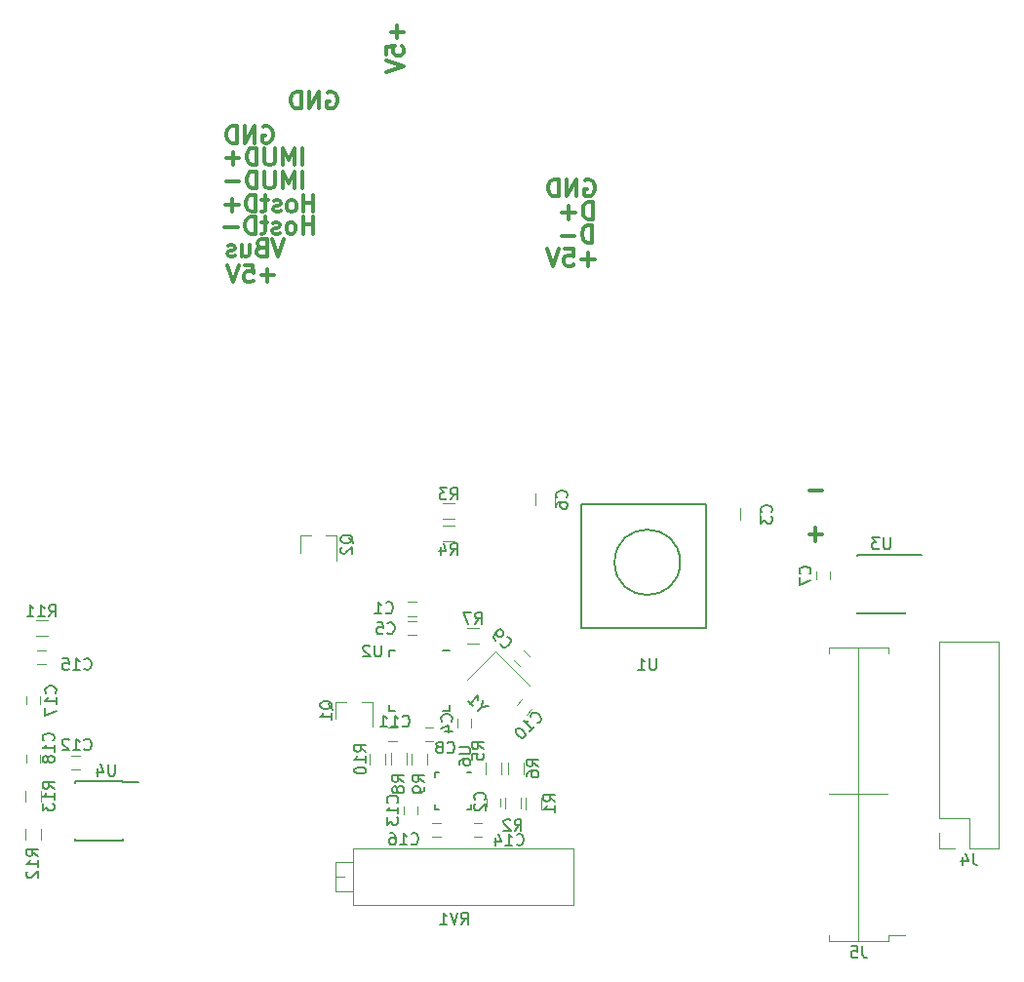
<source format=gbo>
G04 #@! TF.FileFunction,Profile,NP*
%FSLAX46Y46*%
G04 Gerber Fmt 4.6, Leading zero omitted, Abs format (unit mm)*
G04 Created by KiCad (PCBNEW 4.0.7) date *
%MOMM*%
%LPD*%
G01*
G04 APERTURE LIST*
%ADD10C,0.100000*%
%ADD11C,0.300000*%
%ADD12C,0.150000*%
%ADD13C,0.120000*%
G04 APERTURE END LIST*
D10*
D11*
X88175357Y-95929000D02*
X88318214Y-95857571D01*
X88532500Y-95857571D01*
X88746785Y-95929000D01*
X88889643Y-96071857D01*
X88961071Y-96214714D01*
X89032500Y-96500429D01*
X89032500Y-96714714D01*
X88961071Y-97000429D01*
X88889643Y-97143286D01*
X88746785Y-97286143D01*
X88532500Y-97357571D01*
X88389643Y-97357571D01*
X88175357Y-97286143D01*
X88103928Y-97214714D01*
X88103928Y-96714714D01*
X88389643Y-96714714D01*
X87461071Y-97357571D02*
X87461071Y-95857571D01*
X86603928Y-97357571D01*
X86603928Y-95857571D01*
X85889642Y-97357571D02*
X85889642Y-95857571D01*
X85532499Y-95857571D01*
X85318214Y-95929000D01*
X85175356Y-96071857D01*
X85103928Y-96214714D01*
X85032499Y-96500429D01*
X85032499Y-96714714D01*
X85103928Y-97000429D01*
X85175356Y-97143286D01*
X85318214Y-97286143D01*
X85532499Y-97357571D01*
X85889642Y-97357571D01*
X94251643Y-90114929D02*
X94251643Y-91257786D01*
X94823071Y-90686357D02*
X93680214Y-90686357D01*
X93323071Y-92686358D02*
X93323071Y-91972072D01*
X94037357Y-91900643D01*
X93965929Y-91972072D01*
X93894500Y-92114929D01*
X93894500Y-92472072D01*
X93965929Y-92614929D01*
X94037357Y-92686358D01*
X94180214Y-92757786D01*
X94537357Y-92757786D01*
X94680214Y-92686358D01*
X94751643Y-92614929D01*
X94823071Y-92472072D01*
X94823071Y-92114929D01*
X94751643Y-91972072D01*
X94680214Y-91900643D01*
X93323071Y-93186357D02*
X94823071Y-93686357D01*
X93323071Y-94186357D01*
X111376571Y-110438643D02*
X110233714Y-110438643D01*
X110805143Y-111010071D02*
X110805143Y-109867214D01*
X108805142Y-109510071D02*
X109519428Y-109510071D01*
X109590857Y-110224357D01*
X109519428Y-110152929D01*
X109376571Y-110081500D01*
X109019428Y-110081500D01*
X108876571Y-110152929D01*
X108805142Y-110224357D01*
X108733714Y-110367214D01*
X108733714Y-110724357D01*
X108805142Y-110867214D01*
X108876571Y-110938643D01*
X109019428Y-111010071D01*
X109376571Y-111010071D01*
X109519428Y-110938643D01*
X109590857Y-110867214D01*
X108305143Y-109510071D02*
X107805143Y-111010071D01*
X107305143Y-109510071D01*
X111150428Y-108978071D02*
X111150428Y-107478071D01*
X110793285Y-107478071D01*
X110579000Y-107549500D01*
X110436142Y-107692357D01*
X110364714Y-107835214D01*
X110293285Y-108120929D01*
X110293285Y-108335214D01*
X110364714Y-108620929D01*
X110436142Y-108763786D01*
X110579000Y-108906643D01*
X110793285Y-108978071D01*
X111150428Y-108978071D01*
X109650428Y-108406643D02*
X108507571Y-108406643D01*
X111213928Y-106946071D02*
X111213928Y-105446071D01*
X110856785Y-105446071D01*
X110642500Y-105517500D01*
X110499642Y-105660357D01*
X110428214Y-105803214D01*
X110356785Y-106088929D01*
X110356785Y-106303214D01*
X110428214Y-106588929D01*
X110499642Y-106731786D01*
X110642500Y-106874643D01*
X110856785Y-106946071D01*
X111213928Y-106946071D01*
X109713928Y-106374643D02*
X108571071Y-106374643D01*
X109142500Y-106946071D02*
X109142500Y-105803214D01*
X110527357Y-103549000D02*
X110670214Y-103477571D01*
X110884500Y-103477571D01*
X111098785Y-103549000D01*
X111241643Y-103691857D01*
X111313071Y-103834714D01*
X111384500Y-104120429D01*
X111384500Y-104334714D01*
X111313071Y-104620429D01*
X111241643Y-104763286D01*
X111098785Y-104906143D01*
X110884500Y-104977571D01*
X110741643Y-104977571D01*
X110527357Y-104906143D01*
X110455928Y-104834714D01*
X110455928Y-104334714D01*
X110741643Y-104334714D01*
X109813071Y-104977571D02*
X109813071Y-103477571D01*
X108955928Y-104977571D01*
X108955928Y-103477571D01*
X108241642Y-104977571D02*
X108241642Y-103477571D01*
X107884499Y-103477571D01*
X107670214Y-103549000D01*
X107527356Y-103691857D01*
X107455928Y-103834714D01*
X107384499Y-104120429D01*
X107384499Y-104334714D01*
X107455928Y-104620429D01*
X107527356Y-104763286D01*
X107670214Y-104906143D01*
X107884499Y-104977571D01*
X108241642Y-104977571D01*
X83563571Y-111835643D02*
X82420714Y-111835643D01*
X82992143Y-112407071D02*
X82992143Y-111264214D01*
X80992142Y-110907071D02*
X81706428Y-110907071D01*
X81777857Y-111621357D01*
X81706428Y-111549929D01*
X81563571Y-111478500D01*
X81206428Y-111478500D01*
X81063571Y-111549929D01*
X80992142Y-111621357D01*
X80920714Y-111764214D01*
X80920714Y-112121357D01*
X80992142Y-112264214D01*
X81063571Y-112335643D01*
X81206428Y-112407071D01*
X81563571Y-112407071D01*
X81706428Y-112335643D01*
X81777857Y-112264214D01*
X80492143Y-110907071D02*
X79992143Y-112407071D01*
X79492143Y-110907071D01*
X84424714Y-108684571D02*
X83924714Y-110184571D01*
X83424714Y-108684571D01*
X82424714Y-109398857D02*
X82210428Y-109470286D01*
X82139000Y-109541714D01*
X82067571Y-109684571D01*
X82067571Y-109898857D01*
X82139000Y-110041714D01*
X82210428Y-110113143D01*
X82353286Y-110184571D01*
X82924714Y-110184571D01*
X82924714Y-108684571D01*
X82424714Y-108684571D01*
X82281857Y-108756000D01*
X82210428Y-108827429D01*
X82139000Y-108970286D01*
X82139000Y-109113143D01*
X82210428Y-109256000D01*
X82281857Y-109327429D01*
X82424714Y-109398857D01*
X82924714Y-109398857D01*
X80781857Y-109184571D02*
X80781857Y-110184571D01*
X81424714Y-109184571D02*
X81424714Y-109970286D01*
X81353286Y-110113143D01*
X81210428Y-110184571D01*
X80996143Y-110184571D01*
X80853286Y-110113143D01*
X80781857Y-110041714D01*
X80139000Y-110113143D02*
X79996143Y-110184571D01*
X79710428Y-110184571D01*
X79567571Y-110113143D01*
X79496143Y-109970286D01*
X79496143Y-109898857D01*
X79567571Y-109756000D01*
X79710428Y-109684571D01*
X79924714Y-109684571D01*
X80067571Y-109613143D01*
X80139000Y-109470286D01*
X80139000Y-109398857D01*
X80067571Y-109256000D01*
X79924714Y-109184571D01*
X79710428Y-109184571D01*
X79567571Y-109256000D01*
X86916929Y-108216071D02*
X86916929Y-106716071D01*
X86916929Y-107430357D02*
X86059786Y-107430357D01*
X86059786Y-108216071D02*
X86059786Y-106716071D01*
X85131214Y-108216071D02*
X85274072Y-108144643D01*
X85345500Y-108073214D01*
X85416929Y-107930357D01*
X85416929Y-107501786D01*
X85345500Y-107358929D01*
X85274072Y-107287500D01*
X85131214Y-107216071D01*
X84916929Y-107216071D01*
X84774072Y-107287500D01*
X84702643Y-107358929D01*
X84631214Y-107501786D01*
X84631214Y-107930357D01*
X84702643Y-108073214D01*
X84774072Y-108144643D01*
X84916929Y-108216071D01*
X85131214Y-108216071D01*
X84059786Y-108144643D02*
X83916929Y-108216071D01*
X83631214Y-108216071D01*
X83488357Y-108144643D01*
X83416929Y-108001786D01*
X83416929Y-107930357D01*
X83488357Y-107787500D01*
X83631214Y-107716071D01*
X83845500Y-107716071D01*
X83988357Y-107644643D01*
X84059786Y-107501786D01*
X84059786Y-107430357D01*
X83988357Y-107287500D01*
X83845500Y-107216071D01*
X83631214Y-107216071D01*
X83488357Y-107287500D01*
X82988357Y-107216071D02*
X82416928Y-107216071D01*
X82774071Y-106716071D02*
X82774071Y-108001786D01*
X82702643Y-108144643D01*
X82559785Y-108216071D01*
X82416928Y-108216071D01*
X81916928Y-108216071D02*
X81916928Y-106716071D01*
X81559785Y-106716071D01*
X81345500Y-106787500D01*
X81202642Y-106930357D01*
X81131214Y-107073214D01*
X81059785Y-107358929D01*
X81059785Y-107573214D01*
X81131214Y-107858929D01*
X81202642Y-108001786D01*
X81345500Y-108144643D01*
X81559785Y-108216071D01*
X81916928Y-108216071D01*
X80416928Y-107644643D02*
X79274071Y-107644643D01*
X86980429Y-106311071D02*
X86980429Y-104811071D01*
X86980429Y-105525357D02*
X86123286Y-105525357D01*
X86123286Y-106311071D02*
X86123286Y-104811071D01*
X85194714Y-106311071D02*
X85337572Y-106239643D01*
X85409000Y-106168214D01*
X85480429Y-106025357D01*
X85480429Y-105596786D01*
X85409000Y-105453929D01*
X85337572Y-105382500D01*
X85194714Y-105311071D01*
X84980429Y-105311071D01*
X84837572Y-105382500D01*
X84766143Y-105453929D01*
X84694714Y-105596786D01*
X84694714Y-106025357D01*
X84766143Y-106168214D01*
X84837572Y-106239643D01*
X84980429Y-106311071D01*
X85194714Y-106311071D01*
X84123286Y-106239643D02*
X83980429Y-106311071D01*
X83694714Y-106311071D01*
X83551857Y-106239643D01*
X83480429Y-106096786D01*
X83480429Y-106025357D01*
X83551857Y-105882500D01*
X83694714Y-105811071D01*
X83909000Y-105811071D01*
X84051857Y-105739643D01*
X84123286Y-105596786D01*
X84123286Y-105525357D01*
X84051857Y-105382500D01*
X83909000Y-105311071D01*
X83694714Y-105311071D01*
X83551857Y-105382500D01*
X83051857Y-105311071D02*
X82480428Y-105311071D01*
X82837571Y-104811071D02*
X82837571Y-106096786D01*
X82766143Y-106239643D01*
X82623285Y-106311071D01*
X82480428Y-106311071D01*
X81980428Y-106311071D02*
X81980428Y-104811071D01*
X81623285Y-104811071D01*
X81409000Y-104882500D01*
X81266142Y-105025357D01*
X81194714Y-105168214D01*
X81123285Y-105453929D01*
X81123285Y-105668214D01*
X81194714Y-105953929D01*
X81266142Y-106096786D01*
X81409000Y-106239643D01*
X81623285Y-106311071D01*
X81980428Y-106311071D01*
X80480428Y-105739643D02*
X79337571Y-105739643D01*
X79909000Y-106311071D02*
X79909000Y-105168214D01*
X86035929Y-104279071D02*
X86035929Y-102779071D01*
X85321643Y-104279071D02*
X85321643Y-102779071D01*
X84821643Y-103850500D01*
X84321643Y-102779071D01*
X84321643Y-104279071D01*
X83607357Y-102779071D02*
X83607357Y-103993357D01*
X83535929Y-104136214D01*
X83464500Y-104207643D01*
X83321643Y-104279071D01*
X83035929Y-104279071D01*
X82893071Y-104207643D01*
X82821643Y-104136214D01*
X82750214Y-103993357D01*
X82750214Y-102779071D01*
X82035928Y-104279071D02*
X82035928Y-102779071D01*
X81678785Y-102779071D01*
X81464500Y-102850500D01*
X81321642Y-102993357D01*
X81250214Y-103136214D01*
X81178785Y-103421929D01*
X81178785Y-103636214D01*
X81250214Y-103921929D01*
X81321642Y-104064786D01*
X81464500Y-104207643D01*
X81678785Y-104279071D01*
X82035928Y-104279071D01*
X80535928Y-103707643D02*
X79393071Y-103707643D01*
X86035929Y-102247071D02*
X86035929Y-100747071D01*
X85321643Y-102247071D02*
X85321643Y-100747071D01*
X84821643Y-101818500D01*
X84321643Y-100747071D01*
X84321643Y-102247071D01*
X83607357Y-100747071D02*
X83607357Y-101961357D01*
X83535929Y-102104214D01*
X83464500Y-102175643D01*
X83321643Y-102247071D01*
X83035929Y-102247071D01*
X82893071Y-102175643D01*
X82821643Y-102104214D01*
X82750214Y-101961357D01*
X82750214Y-100747071D01*
X82035928Y-102247071D02*
X82035928Y-100747071D01*
X81678785Y-100747071D01*
X81464500Y-100818500D01*
X81321642Y-100961357D01*
X81250214Y-101104214D01*
X81178785Y-101389929D01*
X81178785Y-101604214D01*
X81250214Y-101889929D01*
X81321642Y-102032786D01*
X81464500Y-102175643D01*
X81678785Y-102247071D01*
X82035928Y-102247071D01*
X80535928Y-101675643D02*
X79393071Y-101675643D01*
X79964500Y-102247071D02*
X79964500Y-101104214D01*
X82587357Y-98913500D02*
X82730214Y-98842071D01*
X82944500Y-98842071D01*
X83158785Y-98913500D01*
X83301643Y-99056357D01*
X83373071Y-99199214D01*
X83444500Y-99484929D01*
X83444500Y-99699214D01*
X83373071Y-99984929D01*
X83301643Y-100127786D01*
X83158785Y-100270643D01*
X82944500Y-100342071D01*
X82801643Y-100342071D01*
X82587357Y-100270643D01*
X82515928Y-100199214D01*
X82515928Y-99699214D01*
X82801643Y-99699214D01*
X81873071Y-100342071D02*
X81873071Y-98842071D01*
X81015928Y-100342071D01*
X81015928Y-98842071D01*
X80301642Y-100342071D02*
X80301642Y-98842071D01*
X79944499Y-98842071D01*
X79730214Y-98913500D01*
X79587356Y-99056357D01*
X79515928Y-99199214D01*
X79444499Y-99484929D01*
X79444499Y-99699214D01*
X79515928Y-99984929D01*
X79587356Y-100127786D01*
X79730214Y-100270643D01*
X79944499Y-100342071D01*
X80301642Y-100342071D01*
X129998572Y-134302143D02*
X131141429Y-134302143D01*
X130570000Y-134873571D02*
X130570000Y-133730714D01*
X129998572Y-130492143D02*
X131141429Y-130492143D01*
D10*
X131776000Y-156865003D02*
X136855999Y-156865003D01*
X134316000Y-169565004D02*
X134316000Y-144165003D01*
D12*
X93515000Y-144410000D02*
X93515000Y-144935000D01*
X98765000Y-149660000D02*
X98765000Y-149135000D01*
X93515000Y-149660000D02*
X93515000Y-149135000D01*
X98765000Y-144410000D02*
X98240000Y-144410000D01*
X98765000Y-149660000D02*
X98240000Y-149660000D01*
X93515000Y-149660000D02*
X94040000Y-149660000D01*
X93515000Y-144410000D02*
X94040000Y-144410000D01*
D13*
X131710000Y-169090000D02*
X131710000Y-169620000D01*
X131710000Y-169620000D02*
X136910000Y-169620000D01*
X136910000Y-169620000D02*
X136910000Y-169090000D01*
X131710000Y-144630000D02*
X131710000Y-144100000D01*
X131710000Y-144100000D02*
X136910000Y-144100000D01*
X136910000Y-144100000D02*
X136910000Y-144630000D01*
X138330000Y-169090000D02*
X136910000Y-169090000D01*
X93505000Y-152257500D02*
X94205000Y-152257500D01*
X94205000Y-151057500D02*
X93505000Y-151057500D01*
X95180000Y-141399000D02*
X95880000Y-141399000D01*
X95880000Y-140199000D02*
X95180000Y-140199000D01*
X103230000Y-157925000D02*
X103230000Y-157225000D01*
X102030000Y-157225000D02*
X102030000Y-157925000D01*
X125705000Y-132060000D02*
X125705000Y-133060000D01*
X124005000Y-133060000D02*
X124005000Y-132060000D01*
X100690000Y-151055000D02*
X100690000Y-150355000D01*
X99490000Y-150355000D02*
X99490000Y-151055000D01*
X95880000Y-141850000D02*
X95180000Y-141850000D01*
X95180000Y-143050000D02*
X95880000Y-143050000D01*
X107925000Y-130790000D02*
X107925000Y-131790000D01*
X106225000Y-131790000D02*
X106225000Y-130790000D01*
X131805000Y-138240000D02*
X131805000Y-137540000D01*
X130605000Y-137540000D02*
X130605000Y-138240000D01*
X97380000Y-151057500D02*
X96680000Y-151057500D01*
X96680000Y-152257500D02*
X97380000Y-152257500D01*
X104393579Y-145271447D02*
X104888553Y-145766421D01*
X105737081Y-144917893D02*
X105242107Y-144422919D01*
X105451447Y-150002081D02*
X105946421Y-149507107D01*
X105097893Y-148658579D02*
X104602919Y-149153553D01*
X66670000Y-153510000D02*
X65970000Y-153510000D01*
X65970000Y-154710000D02*
X66670000Y-154710000D01*
X95991000Y-158599500D02*
X95991000Y-157899500D01*
X94791000Y-157899500D02*
X94791000Y-158599500D01*
X100895000Y-160576000D02*
X101595000Y-160576000D01*
X101595000Y-159376000D02*
X100895000Y-159376000D01*
X63025000Y-145590000D02*
X63725000Y-145590000D01*
X63725000Y-144390000D02*
X63025000Y-144390000D01*
X97315000Y-160576000D02*
X98015000Y-160576000D01*
X98015000Y-159376000D02*
X97315000Y-159376000D01*
X63225000Y-149035000D02*
X63225000Y-148335000D01*
X62025000Y-148335000D02*
X62025000Y-149035000D01*
X63225000Y-154115000D02*
X63225000Y-153415000D01*
X62025000Y-153415000D02*
X62025000Y-154115000D01*
X141305000Y-143660000D02*
X146505000Y-143660000D01*
X141305000Y-158960000D02*
X141305000Y-143660000D01*
X146505000Y-161560000D02*
X146505000Y-143660000D01*
X141305000Y-158960000D02*
X143905000Y-158960000D01*
X143905000Y-158960000D02*
X143905000Y-161560000D01*
X143905000Y-161560000D02*
X146505000Y-161560000D01*
X141305000Y-160230000D02*
X141305000Y-161560000D01*
X141305000Y-161560000D02*
X142635000Y-161560000D01*
X88921500Y-148849500D02*
X89851500Y-148849500D01*
X92081500Y-148849500D02*
X91151500Y-148849500D01*
X92081500Y-148849500D02*
X92081500Y-151009500D01*
X88921500Y-148849500D02*
X88921500Y-150309500D01*
X85810000Y-134435000D02*
X86740000Y-134435000D01*
X88970000Y-134435000D02*
X88040000Y-134435000D01*
X88970000Y-134435000D02*
X88970000Y-136595000D01*
X85810000Y-134435000D02*
X85810000Y-135895000D01*
X105379000Y-157178000D02*
X105379000Y-158178000D01*
X106739000Y-158178000D02*
X106739000Y-157178000D01*
X104961000Y-158138500D02*
X104961000Y-157138500D01*
X103601000Y-157138500D02*
X103601000Y-158138500D01*
X98205000Y-132970000D02*
X99205000Y-132970000D01*
X99205000Y-131610000D02*
X98205000Y-131610000D01*
X99205000Y-133515000D02*
X98205000Y-133515000D01*
X98205000Y-134875000D02*
X99205000Y-134875000D01*
X101950000Y-154130000D02*
X101950000Y-155130000D01*
X103310000Y-155130000D02*
X103310000Y-154130000D01*
X103855000Y-154130000D02*
X103855000Y-155130000D01*
X105215000Y-155130000D02*
X105215000Y-154130000D01*
X100340000Y-143765000D02*
X101340000Y-143765000D01*
X101340000Y-142405000D02*
X100340000Y-142405000D01*
X93695000Y-153316500D02*
X93695000Y-154316500D01*
X95055000Y-154316500D02*
X95055000Y-153316500D01*
X95473000Y-153328500D02*
X95473000Y-154328500D01*
X96833000Y-154328500D02*
X96833000Y-153328500D01*
X93213500Y-154328500D02*
X93213500Y-153328500D01*
X91853500Y-153328500D02*
X91853500Y-154328500D01*
X61945000Y-159845000D02*
X61945000Y-160845000D01*
X63305000Y-160845000D02*
X63305000Y-159845000D01*
X63305000Y-157555000D02*
X63305000Y-156555000D01*
X61945000Y-156555000D02*
X61945000Y-157555000D01*
X90380000Y-166515000D02*
X109551000Y-166515000D01*
X90380000Y-161564000D02*
X109551000Y-161564000D01*
X90380000Y-166515000D02*
X90380000Y-161564000D01*
X109551000Y-166515000D02*
X109551000Y-161564000D01*
X88860000Y-165280000D02*
X90379000Y-165280000D01*
X88860000Y-162800000D02*
X90379000Y-162800000D01*
X88860000Y-165280000D02*
X88860000Y-162800000D01*
X90379000Y-165280000D02*
X90379000Y-162800000D01*
X88860000Y-164040000D02*
X89620000Y-164040000D01*
D12*
X118804806Y-136735000D02*
G75*
G03X118804806Y-136735000I-2839806J0D01*
G01*
X121045000Y-131655000D02*
X110250000Y-131655000D01*
X110250000Y-142450000D02*
X121045000Y-142450000D01*
X110250000Y-142450000D02*
X110250000Y-131655000D01*
X121045000Y-142450000D02*
X110250000Y-142450000D01*
X121045000Y-131655000D02*
X121045000Y-142450000D01*
X138360000Y-136065000D02*
X138360000Y-136115000D01*
X134210000Y-136065000D02*
X134210000Y-136210000D01*
X134210000Y-141215000D02*
X134210000Y-141070000D01*
X138360000Y-141215000D02*
X138360000Y-141070000D01*
X138360000Y-136065000D02*
X134210000Y-136065000D01*
X138360000Y-141215000D02*
X134210000Y-141215000D01*
X138360000Y-136115000D02*
X139760000Y-136115000D01*
X70415000Y-155750000D02*
X70415000Y-155800000D01*
X66265000Y-155750000D02*
X66265000Y-155895000D01*
X66265000Y-160900000D02*
X66265000Y-160755000D01*
X70415000Y-160900000D02*
X70415000Y-160755000D01*
X70415000Y-155750000D02*
X66265000Y-155750000D01*
X70415000Y-160900000D02*
X66265000Y-160900000D01*
X70415000Y-155800000D02*
X71815000Y-155800000D01*
X100690000Y-158171000D02*
X100690000Y-157771000D01*
X100690000Y-158171000D02*
X100290000Y-158171000D01*
X97490000Y-158171000D02*
X97490000Y-157771000D01*
X97490000Y-158171000D02*
X97890000Y-158171000D01*
X97490000Y-154971000D02*
X97490000Y-155371000D01*
X97490000Y-154971000D02*
X97890000Y-154971000D01*
X100690000Y-154971000D02*
X100290000Y-154971000D01*
D13*
X100292359Y-146967513D02*
X102767233Y-144492639D01*
X102767233Y-144492639D02*
X105737081Y-147462487D01*
X62875000Y-143130000D02*
X63875000Y-143130000D01*
X63875000Y-141770000D02*
X62875000Y-141770000D01*
D12*
X92850905Y-143934381D02*
X92850905Y-144743905D01*
X92803286Y-144839143D01*
X92755667Y-144886762D01*
X92660429Y-144934381D01*
X92469952Y-144934381D01*
X92374714Y-144886762D01*
X92327095Y-144839143D01*
X92279476Y-144743905D01*
X92279476Y-143934381D01*
X91850905Y-144029619D02*
X91803286Y-143982000D01*
X91708048Y-143934381D01*
X91469952Y-143934381D01*
X91374714Y-143982000D01*
X91327095Y-144029619D01*
X91279476Y-144124857D01*
X91279476Y-144220095D01*
X91327095Y-144362952D01*
X91898524Y-144934381D01*
X91279476Y-144934381D01*
X134643333Y-170072381D02*
X134643333Y-170786667D01*
X134690953Y-170929524D01*
X134786191Y-171024762D01*
X134929048Y-171072381D01*
X135024286Y-171072381D01*
X133690952Y-170072381D02*
X134167143Y-170072381D01*
X134214762Y-170548571D01*
X134167143Y-170500952D01*
X134071905Y-170453333D01*
X133833809Y-170453333D01*
X133738571Y-170500952D01*
X133690952Y-170548571D01*
X133643333Y-170643810D01*
X133643333Y-170881905D01*
X133690952Y-170977143D01*
X133738571Y-171024762D01*
X133833809Y-171072381D01*
X134071905Y-171072381D01*
X134167143Y-171024762D01*
X134214762Y-170977143D01*
X94700357Y-150935143D02*
X94747976Y-150982762D01*
X94890833Y-151030381D01*
X94986071Y-151030381D01*
X95128929Y-150982762D01*
X95224167Y-150887524D01*
X95271786Y-150792286D01*
X95319405Y-150601810D01*
X95319405Y-150458952D01*
X95271786Y-150268476D01*
X95224167Y-150173238D01*
X95128929Y-150078000D01*
X94986071Y-150030381D01*
X94890833Y-150030381D01*
X94747976Y-150078000D01*
X94700357Y-150125619D01*
X93747976Y-151030381D02*
X94319405Y-151030381D01*
X94033691Y-151030381D02*
X94033691Y-150030381D01*
X94128929Y-150173238D01*
X94224167Y-150268476D01*
X94319405Y-150316095D01*
X92795595Y-151030381D02*
X93367024Y-151030381D01*
X93081310Y-151030381D02*
X93081310Y-150030381D01*
X93176548Y-150173238D01*
X93271786Y-150268476D01*
X93367024Y-150316095D01*
X93271666Y-141092643D02*
X93319285Y-141140262D01*
X93462142Y-141187881D01*
X93557380Y-141187881D01*
X93700238Y-141140262D01*
X93795476Y-141045024D01*
X93843095Y-140949786D01*
X93890714Y-140759310D01*
X93890714Y-140616452D01*
X93843095Y-140425976D01*
X93795476Y-140330738D01*
X93700238Y-140235500D01*
X93557380Y-140187881D01*
X93462142Y-140187881D01*
X93319285Y-140235500D01*
X93271666Y-140283119D01*
X92319285Y-141187881D02*
X92890714Y-141187881D01*
X92605000Y-141187881D02*
X92605000Y-140187881D01*
X92700238Y-140330738D01*
X92795476Y-140425976D01*
X92890714Y-140473595D01*
X101844143Y-157332834D02*
X101891762Y-157285215D01*
X101939381Y-157142358D01*
X101939381Y-157047120D01*
X101891762Y-156904262D01*
X101796524Y-156809024D01*
X101701286Y-156761405D01*
X101510810Y-156713786D01*
X101367952Y-156713786D01*
X101177476Y-156761405D01*
X101082238Y-156809024D01*
X100987000Y-156904262D01*
X100939381Y-157047120D01*
X100939381Y-157142358D01*
X100987000Y-157285215D01*
X101034619Y-157332834D01*
X101034619Y-157713786D02*
X100987000Y-157761405D01*
X100939381Y-157856643D01*
X100939381Y-158094739D01*
X100987000Y-158189977D01*
X101034619Y-158237596D01*
X101129857Y-158285215D01*
X101225095Y-158285215D01*
X101367952Y-158237596D01*
X101939381Y-157666167D01*
X101939381Y-158285215D01*
X126712143Y-132393334D02*
X126759762Y-132345715D01*
X126807381Y-132202858D01*
X126807381Y-132107620D01*
X126759762Y-131964762D01*
X126664524Y-131869524D01*
X126569286Y-131821905D01*
X126378810Y-131774286D01*
X126235952Y-131774286D01*
X126045476Y-131821905D01*
X125950238Y-131869524D01*
X125855000Y-131964762D01*
X125807381Y-132107620D01*
X125807381Y-132202858D01*
X125855000Y-132345715D01*
X125902619Y-132393334D01*
X125807381Y-132726667D02*
X125807381Y-133345715D01*
X126188333Y-133012381D01*
X126188333Y-133155239D01*
X126235952Y-133250477D01*
X126283571Y-133298096D01*
X126378810Y-133345715D01*
X126616905Y-133345715D01*
X126712143Y-133298096D01*
X126759762Y-133250477D01*
X126807381Y-133155239D01*
X126807381Y-132869524D01*
X126759762Y-132774286D01*
X126712143Y-132726667D01*
X98947143Y-150538334D02*
X98994762Y-150490715D01*
X99042381Y-150347858D01*
X99042381Y-150252620D01*
X98994762Y-150109762D01*
X98899524Y-150014524D01*
X98804286Y-149966905D01*
X98613810Y-149919286D01*
X98470952Y-149919286D01*
X98280476Y-149966905D01*
X98185238Y-150014524D01*
X98090000Y-150109762D01*
X98042381Y-150252620D01*
X98042381Y-150347858D01*
X98090000Y-150490715D01*
X98137619Y-150538334D01*
X98375714Y-151395477D02*
X99042381Y-151395477D01*
X97994762Y-151157381D02*
X98709048Y-150919286D01*
X98709048Y-151538334D01*
X93398666Y-142870643D02*
X93446285Y-142918262D01*
X93589142Y-142965881D01*
X93684380Y-142965881D01*
X93827238Y-142918262D01*
X93922476Y-142823024D01*
X93970095Y-142727786D01*
X94017714Y-142537310D01*
X94017714Y-142394452D01*
X93970095Y-142203976D01*
X93922476Y-142108738D01*
X93827238Y-142013500D01*
X93684380Y-141965881D01*
X93589142Y-141965881D01*
X93446285Y-142013500D01*
X93398666Y-142061119D01*
X92493904Y-141965881D02*
X92970095Y-141965881D01*
X93017714Y-142442071D01*
X92970095Y-142394452D01*
X92874857Y-142346833D01*
X92636761Y-142346833D01*
X92541523Y-142394452D01*
X92493904Y-142442071D01*
X92446285Y-142537310D01*
X92446285Y-142775405D01*
X92493904Y-142870643D01*
X92541523Y-142918262D01*
X92636761Y-142965881D01*
X92874857Y-142965881D01*
X92970095Y-142918262D01*
X93017714Y-142870643D01*
X108932143Y-131123334D02*
X108979762Y-131075715D01*
X109027381Y-130932858D01*
X109027381Y-130837620D01*
X108979762Y-130694762D01*
X108884524Y-130599524D01*
X108789286Y-130551905D01*
X108598810Y-130504286D01*
X108455952Y-130504286D01*
X108265476Y-130551905D01*
X108170238Y-130599524D01*
X108075000Y-130694762D01*
X108027381Y-130837620D01*
X108027381Y-130932858D01*
X108075000Y-131075715D01*
X108122619Y-131123334D01*
X108027381Y-131980477D02*
X108027381Y-131790000D01*
X108075000Y-131694762D01*
X108122619Y-131647143D01*
X108265476Y-131551905D01*
X108455952Y-131504286D01*
X108836905Y-131504286D01*
X108932143Y-131551905D01*
X108979762Y-131599524D01*
X109027381Y-131694762D01*
X109027381Y-131885239D01*
X108979762Y-131980477D01*
X108932143Y-132028096D01*
X108836905Y-132075715D01*
X108598810Y-132075715D01*
X108503571Y-132028096D01*
X108455952Y-131980477D01*
X108408333Y-131885239D01*
X108408333Y-131694762D01*
X108455952Y-131599524D01*
X108503571Y-131551905D01*
X108598810Y-131504286D01*
X130062143Y-137723334D02*
X130109762Y-137675715D01*
X130157381Y-137532858D01*
X130157381Y-137437620D01*
X130109762Y-137294762D01*
X130014524Y-137199524D01*
X129919286Y-137151905D01*
X129728810Y-137104286D01*
X129585952Y-137104286D01*
X129395476Y-137151905D01*
X129300238Y-137199524D01*
X129205000Y-137294762D01*
X129157381Y-137437620D01*
X129157381Y-137532858D01*
X129205000Y-137675715D01*
X129252619Y-137723334D01*
X129157381Y-138056667D02*
X129157381Y-138723334D01*
X130157381Y-138294762D01*
X98605666Y-153221143D02*
X98653285Y-153268762D01*
X98796142Y-153316381D01*
X98891380Y-153316381D01*
X99034238Y-153268762D01*
X99129476Y-153173524D01*
X99177095Y-153078286D01*
X99224714Y-152887810D01*
X99224714Y-152744952D01*
X99177095Y-152554476D01*
X99129476Y-152459238D01*
X99034238Y-152364000D01*
X98891380Y-152316381D01*
X98796142Y-152316381D01*
X98653285Y-152364000D01*
X98605666Y-152411619D01*
X98034238Y-152744952D02*
X98129476Y-152697333D01*
X98177095Y-152649714D01*
X98224714Y-152554476D01*
X98224714Y-152506857D01*
X98177095Y-152411619D01*
X98129476Y-152364000D01*
X98034238Y-152316381D01*
X97843761Y-152316381D01*
X97748523Y-152364000D01*
X97700904Y-152411619D01*
X97653285Y-152506857D01*
X97653285Y-152554476D01*
X97700904Y-152649714D01*
X97748523Y-152697333D01*
X97843761Y-152744952D01*
X98034238Y-152744952D01*
X98129476Y-152792571D01*
X98177095Y-152840190D01*
X98224714Y-152935429D01*
X98224714Y-153125905D01*
X98177095Y-153221143D01*
X98129476Y-153268762D01*
X98034238Y-153316381D01*
X97843761Y-153316381D01*
X97748523Y-153268762D01*
X97700904Y-153221143D01*
X97653285Y-153125905D01*
X97653285Y-152935429D01*
X97700904Y-152840190D01*
X97748523Y-152792571D01*
X97843761Y-152744952D01*
X103193812Y-143772889D02*
X103193812Y-143840232D01*
X103261156Y-143974919D01*
X103328499Y-144042263D01*
X103463187Y-144109607D01*
X103597874Y-144109607D01*
X103698889Y-144075935D01*
X103867247Y-143974920D01*
X103968263Y-143873904D01*
X104069278Y-143705545D01*
X104102950Y-143604530D01*
X104102950Y-143469843D01*
X104035606Y-143335156D01*
X103968263Y-143267812D01*
X103833576Y-143200469D01*
X103766232Y-143200469D01*
X102789752Y-143503515D02*
X102655065Y-143368828D01*
X102621393Y-143267812D01*
X102621393Y-143200469D01*
X102655064Y-143032110D01*
X102756079Y-142863752D01*
X103025454Y-142594377D01*
X103126469Y-142560706D01*
X103193812Y-142560706D01*
X103294828Y-142594377D01*
X103429515Y-142729065D01*
X103463187Y-142830080D01*
X103463187Y-142897424D01*
X103429515Y-142998439D01*
X103261157Y-143166797D01*
X103160141Y-143200469D01*
X103092797Y-143200470D01*
X102991782Y-143166798D01*
X102857095Y-143032110D01*
X102823423Y-142931095D01*
X102823424Y-142863751D01*
X102857095Y-142762736D01*
X106385107Y-150693470D02*
X106452450Y-150693470D01*
X106587137Y-150626126D01*
X106654481Y-150558783D01*
X106721825Y-150424095D01*
X106721825Y-150289408D01*
X106688153Y-150188393D01*
X106587138Y-150020035D01*
X106486122Y-149919019D01*
X106317763Y-149818004D01*
X106216748Y-149784332D01*
X106082061Y-149784332D01*
X105947374Y-149851676D01*
X105880030Y-149919019D01*
X105812687Y-150053706D01*
X105812687Y-150121050D01*
X105779015Y-151434248D02*
X106183076Y-151030187D01*
X105981046Y-151232217D02*
X105273939Y-150525110D01*
X105442298Y-150558782D01*
X105576985Y-150558782D01*
X105678000Y-150525110D01*
X104634176Y-151164874D02*
X104566832Y-151232218D01*
X104533160Y-151333233D01*
X104533160Y-151400576D01*
X104566832Y-151501592D01*
X104667847Y-151669950D01*
X104836206Y-151838310D01*
X105004565Y-151939325D01*
X105105580Y-151972996D01*
X105172924Y-151972996D01*
X105273939Y-151939325D01*
X105341283Y-151871981D01*
X105374955Y-151770965D01*
X105374955Y-151703622D01*
X105341283Y-151602607D01*
X105240268Y-151434248D01*
X105071908Y-151265889D01*
X104903550Y-151164874D01*
X104802535Y-151131202D01*
X104735191Y-151131202D01*
X104634176Y-151164874D01*
X67077857Y-152967143D02*
X67125476Y-153014762D01*
X67268333Y-153062381D01*
X67363571Y-153062381D01*
X67506429Y-153014762D01*
X67601667Y-152919524D01*
X67649286Y-152824286D01*
X67696905Y-152633810D01*
X67696905Y-152490952D01*
X67649286Y-152300476D01*
X67601667Y-152205238D01*
X67506429Y-152110000D01*
X67363571Y-152062381D01*
X67268333Y-152062381D01*
X67125476Y-152110000D01*
X67077857Y-152157619D01*
X66125476Y-153062381D02*
X66696905Y-153062381D01*
X66411191Y-153062381D02*
X66411191Y-152062381D01*
X66506429Y-152205238D01*
X66601667Y-152300476D01*
X66696905Y-152348095D01*
X65744524Y-152157619D02*
X65696905Y-152110000D01*
X65601667Y-152062381D01*
X65363571Y-152062381D01*
X65268333Y-152110000D01*
X65220714Y-152157619D01*
X65173095Y-152252857D01*
X65173095Y-152348095D01*
X65220714Y-152490952D01*
X65792143Y-153062381D01*
X65173095Y-153062381D01*
X94248143Y-157606643D02*
X94295762Y-157559024D01*
X94343381Y-157416167D01*
X94343381Y-157320929D01*
X94295762Y-157178071D01*
X94200524Y-157082833D01*
X94105286Y-157035214D01*
X93914810Y-156987595D01*
X93771952Y-156987595D01*
X93581476Y-157035214D01*
X93486238Y-157082833D01*
X93391000Y-157178071D01*
X93343381Y-157320929D01*
X93343381Y-157416167D01*
X93391000Y-157559024D01*
X93438619Y-157606643D01*
X94343381Y-158559024D02*
X94343381Y-157987595D01*
X94343381Y-158273309D02*
X93343381Y-158273309D01*
X93486238Y-158178071D01*
X93581476Y-158082833D01*
X93629095Y-157987595D01*
X93343381Y-158892357D02*
X93343381Y-159511405D01*
X93724333Y-159178071D01*
X93724333Y-159320929D01*
X93771952Y-159416167D01*
X93819571Y-159463786D01*
X93914810Y-159511405D01*
X94152905Y-159511405D01*
X94248143Y-159463786D01*
X94295762Y-159416167D01*
X94343381Y-159320929D01*
X94343381Y-159035214D01*
X94295762Y-158939976D01*
X94248143Y-158892357D01*
X104606357Y-161222143D02*
X104653976Y-161269762D01*
X104796833Y-161317381D01*
X104892071Y-161317381D01*
X105034929Y-161269762D01*
X105130167Y-161174524D01*
X105177786Y-161079286D01*
X105225405Y-160888810D01*
X105225405Y-160745952D01*
X105177786Y-160555476D01*
X105130167Y-160460238D01*
X105034929Y-160365000D01*
X104892071Y-160317381D01*
X104796833Y-160317381D01*
X104653976Y-160365000D01*
X104606357Y-160412619D01*
X103653976Y-161317381D02*
X104225405Y-161317381D01*
X103939691Y-161317381D02*
X103939691Y-160317381D01*
X104034929Y-160460238D01*
X104130167Y-160555476D01*
X104225405Y-160603095D01*
X102796833Y-160650714D02*
X102796833Y-161317381D01*
X103034929Y-160269762D02*
X103273024Y-160984048D01*
X102653976Y-160984048D01*
X67077857Y-145982143D02*
X67125476Y-146029762D01*
X67268333Y-146077381D01*
X67363571Y-146077381D01*
X67506429Y-146029762D01*
X67601667Y-145934524D01*
X67649286Y-145839286D01*
X67696905Y-145648810D01*
X67696905Y-145505952D01*
X67649286Y-145315476D01*
X67601667Y-145220238D01*
X67506429Y-145125000D01*
X67363571Y-145077381D01*
X67268333Y-145077381D01*
X67125476Y-145125000D01*
X67077857Y-145172619D01*
X66125476Y-146077381D02*
X66696905Y-146077381D01*
X66411191Y-146077381D02*
X66411191Y-145077381D01*
X66506429Y-145220238D01*
X66601667Y-145315476D01*
X66696905Y-145363095D01*
X65220714Y-145077381D02*
X65696905Y-145077381D01*
X65744524Y-145553571D01*
X65696905Y-145505952D01*
X65601667Y-145458333D01*
X65363571Y-145458333D01*
X65268333Y-145505952D01*
X65220714Y-145553571D01*
X65173095Y-145648810D01*
X65173095Y-145886905D01*
X65220714Y-145982143D01*
X65268333Y-146029762D01*
X65363571Y-146077381D01*
X65601667Y-146077381D01*
X65696905Y-146029762D01*
X65744524Y-145982143D01*
X95462357Y-161158643D02*
X95509976Y-161206262D01*
X95652833Y-161253881D01*
X95748071Y-161253881D01*
X95890929Y-161206262D01*
X95986167Y-161111024D01*
X96033786Y-161015786D01*
X96081405Y-160825310D01*
X96081405Y-160682452D01*
X96033786Y-160491976D01*
X95986167Y-160396738D01*
X95890929Y-160301500D01*
X95748071Y-160253881D01*
X95652833Y-160253881D01*
X95509976Y-160301500D01*
X95462357Y-160349119D01*
X94509976Y-161253881D02*
X95081405Y-161253881D01*
X94795691Y-161253881D02*
X94795691Y-160253881D01*
X94890929Y-160396738D01*
X94986167Y-160491976D01*
X95081405Y-160539595D01*
X93652833Y-160253881D02*
X93843310Y-160253881D01*
X93938548Y-160301500D01*
X93986167Y-160349119D01*
X94081405Y-160491976D01*
X94129024Y-160682452D01*
X94129024Y-161063405D01*
X94081405Y-161158643D01*
X94033786Y-161206262D01*
X93938548Y-161253881D01*
X93748071Y-161253881D01*
X93652833Y-161206262D01*
X93605214Y-161158643D01*
X93557595Y-161063405D01*
X93557595Y-160825310D01*
X93605214Y-160730071D01*
X93652833Y-160682452D01*
X93748071Y-160634833D01*
X93938548Y-160634833D01*
X94033786Y-160682452D01*
X94081405Y-160730071D01*
X94129024Y-160825310D01*
X64569643Y-148093643D02*
X64617262Y-148046024D01*
X64664881Y-147903167D01*
X64664881Y-147807929D01*
X64617262Y-147665071D01*
X64522024Y-147569833D01*
X64426786Y-147522214D01*
X64236310Y-147474595D01*
X64093452Y-147474595D01*
X63902976Y-147522214D01*
X63807738Y-147569833D01*
X63712500Y-147665071D01*
X63664881Y-147807929D01*
X63664881Y-147903167D01*
X63712500Y-148046024D01*
X63760119Y-148093643D01*
X64664881Y-149046024D02*
X64664881Y-148474595D01*
X64664881Y-148760309D02*
X63664881Y-148760309D01*
X63807738Y-148665071D01*
X63902976Y-148569833D01*
X63950595Y-148474595D01*
X63664881Y-149379357D02*
X63664881Y-150046024D01*
X64664881Y-149617452D01*
X64379143Y-152221143D02*
X64426762Y-152173524D01*
X64474381Y-152030667D01*
X64474381Y-151935429D01*
X64426762Y-151792571D01*
X64331524Y-151697333D01*
X64236286Y-151649714D01*
X64045810Y-151602095D01*
X63902952Y-151602095D01*
X63712476Y-151649714D01*
X63617238Y-151697333D01*
X63522000Y-151792571D01*
X63474381Y-151935429D01*
X63474381Y-152030667D01*
X63522000Y-152173524D01*
X63569619Y-152221143D01*
X64474381Y-153173524D02*
X64474381Y-152602095D01*
X64474381Y-152887809D02*
X63474381Y-152887809D01*
X63617238Y-152792571D01*
X63712476Y-152697333D01*
X63760095Y-152602095D01*
X63902952Y-153744952D02*
X63855333Y-153649714D01*
X63807714Y-153602095D01*
X63712476Y-153554476D01*
X63664857Y-153554476D01*
X63569619Y-153602095D01*
X63522000Y-153649714D01*
X63474381Y-153744952D01*
X63474381Y-153935429D01*
X63522000Y-154030667D01*
X63569619Y-154078286D01*
X63664857Y-154125905D01*
X63712476Y-154125905D01*
X63807714Y-154078286D01*
X63855333Y-154030667D01*
X63902952Y-153935429D01*
X63902952Y-153744952D01*
X63950571Y-153649714D01*
X63998190Y-153602095D01*
X64093429Y-153554476D01*
X64283905Y-153554476D01*
X64379143Y-153602095D01*
X64426762Y-153649714D01*
X64474381Y-153744952D01*
X64474381Y-153935429D01*
X64426762Y-154030667D01*
X64379143Y-154078286D01*
X64283905Y-154125905D01*
X64093429Y-154125905D01*
X63998190Y-154078286D01*
X63950571Y-154030667D01*
X63902952Y-153935429D01*
X144238333Y-162012381D02*
X144238333Y-162726667D01*
X144285953Y-162869524D01*
X144381191Y-162964762D01*
X144524048Y-163012381D01*
X144619286Y-163012381D01*
X143333571Y-162345714D02*
X143333571Y-163012381D01*
X143571667Y-161964762D02*
X143809762Y-162679048D01*
X143190714Y-162679048D01*
X88636119Y-149514262D02*
X88588500Y-149419024D01*
X88493262Y-149323786D01*
X88350405Y-149180929D01*
X88302786Y-149085690D01*
X88302786Y-148990452D01*
X88540881Y-149038071D02*
X88493262Y-148942833D01*
X88398024Y-148847595D01*
X88207548Y-148799976D01*
X87874214Y-148799976D01*
X87683738Y-148847595D01*
X87588500Y-148942833D01*
X87540881Y-149038071D01*
X87540881Y-149228548D01*
X87588500Y-149323786D01*
X87683738Y-149419024D01*
X87874214Y-149466643D01*
X88207548Y-149466643D01*
X88398024Y-149419024D01*
X88493262Y-149323786D01*
X88540881Y-149228548D01*
X88540881Y-149038071D01*
X88540881Y-150419024D02*
X88540881Y-149847595D01*
X88540881Y-150133309D02*
X87540881Y-150133309D01*
X87683738Y-150038071D01*
X87778976Y-149942833D01*
X87826595Y-149847595D01*
X90437619Y-135099762D02*
X90390000Y-135004524D01*
X90294762Y-134909286D01*
X90151905Y-134766429D01*
X90104286Y-134671190D01*
X90104286Y-134575952D01*
X90342381Y-134623571D02*
X90294762Y-134528333D01*
X90199524Y-134433095D01*
X90009048Y-134385476D01*
X89675714Y-134385476D01*
X89485238Y-134433095D01*
X89390000Y-134528333D01*
X89342381Y-134623571D01*
X89342381Y-134814048D01*
X89390000Y-134909286D01*
X89485238Y-135004524D01*
X89675714Y-135052143D01*
X90009048Y-135052143D01*
X90199524Y-135004524D01*
X90294762Y-134909286D01*
X90342381Y-134814048D01*
X90342381Y-134623571D01*
X89437619Y-135433095D02*
X89390000Y-135480714D01*
X89342381Y-135575952D01*
X89342381Y-135814048D01*
X89390000Y-135909286D01*
X89437619Y-135956905D01*
X89532857Y-136004524D01*
X89628095Y-136004524D01*
X89770952Y-135956905D01*
X90342381Y-135385476D01*
X90342381Y-136004524D01*
X107961381Y-157511334D02*
X107485190Y-157178000D01*
X107961381Y-156939905D02*
X106961381Y-156939905D01*
X106961381Y-157320858D01*
X107009000Y-157416096D01*
X107056619Y-157463715D01*
X107151857Y-157511334D01*
X107294714Y-157511334D01*
X107389952Y-157463715D01*
X107437571Y-157416096D01*
X107485190Y-157320858D01*
X107485190Y-156939905D01*
X107961381Y-158463715D02*
X107961381Y-157892286D01*
X107961381Y-158178000D02*
X106961381Y-158178000D01*
X107104238Y-158082762D01*
X107199476Y-157987524D01*
X107247095Y-157892286D01*
X104447666Y-160047381D02*
X104781000Y-159571190D01*
X105019095Y-160047381D02*
X105019095Y-159047381D01*
X104638142Y-159047381D01*
X104542904Y-159095000D01*
X104495285Y-159142619D01*
X104447666Y-159237857D01*
X104447666Y-159380714D01*
X104495285Y-159475952D01*
X104542904Y-159523571D01*
X104638142Y-159571190D01*
X105019095Y-159571190D01*
X104066714Y-159142619D02*
X104019095Y-159095000D01*
X103923857Y-159047381D01*
X103685761Y-159047381D01*
X103590523Y-159095000D01*
X103542904Y-159142619D01*
X103495285Y-159237857D01*
X103495285Y-159333095D01*
X103542904Y-159475952D01*
X104114333Y-160047381D01*
X103495285Y-160047381D01*
X98871666Y-131292381D02*
X99205000Y-130816190D01*
X99443095Y-131292381D02*
X99443095Y-130292381D01*
X99062142Y-130292381D01*
X98966904Y-130340000D01*
X98919285Y-130387619D01*
X98871666Y-130482857D01*
X98871666Y-130625714D01*
X98919285Y-130720952D01*
X98966904Y-130768571D01*
X99062142Y-130816190D01*
X99443095Y-130816190D01*
X98538333Y-130292381D02*
X97919285Y-130292381D01*
X98252619Y-130673333D01*
X98109761Y-130673333D01*
X98014523Y-130720952D01*
X97966904Y-130768571D01*
X97919285Y-130863810D01*
X97919285Y-131101905D01*
X97966904Y-131197143D01*
X98014523Y-131244762D01*
X98109761Y-131292381D01*
X98395476Y-131292381D01*
X98490714Y-131244762D01*
X98538333Y-131197143D01*
X98871666Y-136097381D02*
X99205000Y-135621190D01*
X99443095Y-136097381D02*
X99443095Y-135097381D01*
X99062142Y-135097381D01*
X98966904Y-135145000D01*
X98919285Y-135192619D01*
X98871666Y-135287857D01*
X98871666Y-135430714D01*
X98919285Y-135525952D01*
X98966904Y-135573571D01*
X99062142Y-135621190D01*
X99443095Y-135621190D01*
X98014523Y-135430714D02*
X98014523Y-136097381D01*
X98252619Y-135049762D02*
X98490714Y-135764048D01*
X97871666Y-135764048D01*
X101748881Y-152951334D02*
X101272690Y-152618000D01*
X101748881Y-152379905D02*
X100748881Y-152379905D01*
X100748881Y-152760858D01*
X100796500Y-152856096D01*
X100844119Y-152903715D01*
X100939357Y-152951334D01*
X101082214Y-152951334D01*
X101177452Y-152903715D01*
X101225071Y-152856096D01*
X101272690Y-152760858D01*
X101272690Y-152379905D01*
X100748881Y-153856096D02*
X100748881Y-153379905D01*
X101225071Y-153332286D01*
X101177452Y-153379905D01*
X101129833Y-153475143D01*
X101129833Y-153713239D01*
X101177452Y-153808477D01*
X101225071Y-153856096D01*
X101320310Y-153903715D01*
X101558405Y-153903715D01*
X101653643Y-153856096D01*
X101701262Y-153808477D01*
X101748881Y-153713239D01*
X101748881Y-153475143D01*
X101701262Y-153379905D01*
X101653643Y-153332286D01*
X106511381Y-154463334D02*
X106035190Y-154130000D01*
X106511381Y-153891905D02*
X105511381Y-153891905D01*
X105511381Y-154272858D01*
X105559000Y-154368096D01*
X105606619Y-154415715D01*
X105701857Y-154463334D01*
X105844714Y-154463334D01*
X105939952Y-154415715D01*
X105987571Y-154368096D01*
X106035190Y-154272858D01*
X106035190Y-153891905D01*
X105511381Y-155320477D02*
X105511381Y-155130000D01*
X105559000Y-155034762D01*
X105606619Y-154987143D01*
X105749476Y-154891905D01*
X105939952Y-154844286D01*
X106320905Y-154844286D01*
X106416143Y-154891905D01*
X106463762Y-154939524D01*
X106511381Y-155034762D01*
X106511381Y-155225239D01*
X106463762Y-155320477D01*
X106416143Y-155368096D01*
X106320905Y-155415715D01*
X106082810Y-155415715D01*
X105987571Y-155368096D01*
X105939952Y-155320477D01*
X105892333Y-155225239D01*
X105892333Y-155034762D01*
X105939952Y-154939524D01*
X105987571Y-154891905D01*
X106082810Y-154844286D01*
X101006666Y-142087381D02*
X101340000Y-141611190D01*
X101578095Y-142087381D02*
X101578095Y-141087381D01*
X101197142Y-141087381D01*
X101101904Y-141135000D01*
X101054285Y-141182619D01*
X101006666Y-141277857D01*
X101006666Y-141420714D01*
X101054285Y-141515952D01*
X101101904Y-141563571D01*
X101197142Y-141611190D01*
X101578095Y-141611190D01*
X100673333Y-141087381D02*
X100006666Y-141087381D01*
X100435238Y-142087381D01*
X94827381Y-155808834D02*
X94351190Y-155475500D01*
X94827381Y-155237405D02*
X93827381Y-155237405D01*
X93827381Y-155618358D01*
X93875000Y-155713596D01*
X93922619Y-155761215D01*
X94017857Y-155808834D01*
X94160714Y-155808834D01*
X94255952Y-155761215D01*
X94303571Y-155713596D01*
X94351190Y-155618358D01*
X94351190Y-155237405D01*
X94255952Y-156380262D02*
X94208333Y-156285024D01*
X94160714Y-156237405D01*
X94065476Y-156189786D01*
X94017857Y-156189786D01*
X93922619Y-156237405D01*
X93875000Y-156285024D01*
X93827381Y-156380262D01*
X93827381Y-156570739D01*
X93875000Y-156665977D01*
X93922619Y-156713596D01*
X94017857Y-156761215D01*
X94065476Y-156761215D01*
X94160714Y-156713596D01*
X94208333Y-156665977D01*
X94255952Y-156570739D01*
X94255952Y-156380262D01*
X94303571Y-156285024D01*
X94351190Y-156237405D01*
X94446429Y-156189786D01*
X94636905Y-156189786D01*
X94732143Y-156237405D01*
X94779762Y-156285024D01*
X94827381Y-156380262D01*
X94827381Y-156570739D01*
X94779762Y-156665977D01*
X94732143Y-156713596D01*
X94636905Y-156761215D01*
X94446429Y-156761215D01*
X94351190Y-156713596D01*
X94303571Y-156665977D01*
X94255952Y-156570739D01*
X96605381Y-155808834D02*
X96129190Y-155475500D01*
X96605381Y-155237405D02*
X95605381Y-155237405D01*
X95605381Y-155618358D01*
X95653000Y-155713596D01*
X95700619Y-155761215D01*
X95795857Y-155808834D01*
X95938714Y-155808834D01*
X96033952Y-155761215D01*
X96081571Y-155713596D01*
X96129190Y-155618358D01*
X96129190Y-155237405D01*
X96605381Y-156285024D02*
X96605381Y-156475500D01*
X96557762Y-156570739D01*
X96510143Y-156618358D01*
X96367286Y-156713596D01*
X96176810Y-156761215D01*
X95795857Y-156761215D01*
X95700619Y-156713596D01*
X95653000Y-156665977D01*
X95605381Y-156570739D01*
X95605381Y-156380262D01*
X95653000Y-156285024D01*
X95700619Y-156237405D01*
X95795857Y-156189786D01*
X96033952Y-156189786D01*
X96129190Y-156237405D01*
X96176810Y-156285024D01*
X96224429Y-156380262D01*
X96224429Y-156570739D01*
X96176810Y-156665977D01*
X96129190Y-156713596D01*
X96033952Y-156761215D01*
X91535881Y-153185643D02*
X91059690Y-152852309D01*
X91535881Y-152614214D02*
X90535881Y-152614214D01*
X90535881Y-152995167D01*
X90583500Y-153090405D01*
X90631119Y-153138024D01*
X90726357Y-153185643D01*
X90869214Y-153185643D01*
X90964452Y-153138024D01*
X91012071Y-153090405D01*
X91059690Y-152995167D01*
X91059690Y-152614214D01*
X91535881Y-154138024D02*
X91535881Y-153566595D01*
X91535881Y-153852309D02*
X90535881Y-153852309D01*
X90678738Y-153757071D01*
X90773976Y-153661833D01*
X90821595Y-153566595D01*
X90535881Y-154757071D02*
X90535881Y-154852310D01*
X90583500Y-154947548D01*
X90631119Y-154995167D01*
X90726357Y-155042786D01*
X90916833Y-155090405D01*
X91154929Y-155090405D01*
X91345405Y-155042786D01*
X91440643Y-154995167D01*
X91488262Y-154947548D01*
X91535881Y-154852310D01*
X91535881Y-154757071D01*
X91488262Y-154661833D01*
X91440643Y-154614214D01*
X91345405Y-154566595D01*
X91154929Y-154518976D01*
X90916833Y-154518976D01*
X90726357Y-154566595D01*
X90631119Y-154614214D01*
X90583500Y-154661833D01*
X90535881Y-154757071D01*
X63077381Y-162254143D02*
X62601190Y-161920809D01*
X63077381Y-161682714D02*
X62077381Y-161682714D01*
X62077381Y-162063667D01*
X62125000Y-162158905D01*
X62172619Y-162206524D01*
X62267857Y-162254143D01*
X62410714Y-162254143D01*
X62505952Y-162206524D01*
X62553571Y-162158905D01*
X62601190Y-162063667D01*
X62601190Y-161682714D01*
X63077381Y-163206524D02*
X63077381Y-162635095D01*
X63077381Y-162920809D02*
X62077381Y-162920809D01*
X62220238Y-162825571D01*
X62315476Y-162730333D01*
X62363095Y-162635095D01*
X62172619Y-163587476D02*
X62125000Y-163635095D01*
X62077381Y-163730333D01*
X62077381Y-163968429D01*
X62125000Y-164063667D01*
X62172619Y-164111286D01*
X62267857Y-164158905D01*
X62363095Y-164158905D01*
X62505952Y-164111286D01*
X63077381Y-163539857D01*
X63077381Y-164158905D01*
X64474381Y-156412143D02*
X63998190Y-156078809D01*
X64474381Y-155840714D02*
X63474381Y-155840714D01*
X63474381Y-156221667D01*
X63522000Y-156316905D01*
X63569619Y-156364524D01*
X63664857Y-156412143D01*
X63807714Y-156412143D01*
X63902952Y-156364524D01*
X63950571Y-156316905D01*
X63998190Y-156221667D01*
X63998190Y-155840714D01*
X64474381Y-157364524D02*
X64474381Y-156793095D01*
X64474381Y-157078809D02*
X63474381Y-157078809D01*
X63617238Y-156983571D01*
X63712476Y-156888333D01*
X63760095Y-156793095D01*
X63474381Y-157697857D02*
X63474381Y-158316905D01*
X63855333Y-157983571D01*
X63855333Y-158126429D01*
X63902952Y-158221667D01*
X63950571Y-158269286D01*
X64045810Y-158316905D01*
X64283905Y-158316905D01*
X64379143Y-158269286D01*
X64426762Y-158221667D01*
X64474381Y-158126429D01*
X64474381Y-157840714D01*
X64426762Y-157745476D01*
X64379143Y-157697857D01*
X99800238Y-168157381D02*
X100133572Y-167681190D01*
X100371667Y-168157381D02*
X100371667Y-167157381D01*
X99990714Y-167157381D01*
X99895476Y-167205000D01*
X99847857Y-167252619D01*
X99800238Y-167347857D01*
X99800238Y-167490714D01*
X99847857Y-167585952D01*
X99895476Y-167633571D01*
X99990714Y-167681190D01*
X100371667Y-167681190D01*
X99514524Y-167157381D02*
X99181191Y-168157381D01*
X98847857Y-167157381D01*
X97990714Y-168157381D02*
X98562143Y-168157381D01*
X98276429Y-168157381D02*
X98276429Y-167157381D01*
X98371667Y-167300238D01*
X98466905Y-167395476D01*
X98562143Y-167443095D01*
X116726905Y-145077381D02*
X116726905Y-145886905D01*
X116679286Y-145982143D01*
X116631667Y-146029762D01*
X116536429Y-146077381D01*
X116345952Y-146077381D01*
X116250714Y-146029762D01*
X116203095Y-145982143D01*
X116155476Y-145886905D01*
X116155476Y-145077381D01*
X115155476Y-146077381D02*
X115726905Y-146077381D01*
X115441191Y-146077381D02*
X115441191Y-145077381D01*
X115536429Y-145220238D01*
X115631667Y-145315476D01*
X115726905Y-145363095D01*
X137046905Y-134592381D02*
X137046905Y-135401905D01*
X136999286Y-135497143D01*
X136951667Y-135544762D01*
X136856429Y-135592381D01*
X136665952Y-135592381D01*
X136570714Y-135544762D01*
X136523095Y-135497143D01*
X136475476Y-135401905D01*
X136475476Y-134592381D01*
X136094524Y-134592381D02*
X135475476Y-134592381D01*
X135808810Y-134973333D01*
X135665952Y-134973333D01*
X135570714Y-135020952D01*
X135523095Y-135068571D01*
X135475476Y-135163810D01*
X135475476Y-135401905D01*
X135523095Y-135497143D01*
X135570714Y-135544762D01*
X135665952Y-135592381D01*
X135951667Y-135592381D01*
X136046905Y-135544762D01*
X136094524Y-135497143D01*
X69736905Y-154277381D02*
X69736905Y-155086905D01*
X69689286Y-155182143D01*
X69641667Y-155229762D01*
X69546429Y-155277381D01*
X69355952Y-155277381D01*
X69260714Y-155229762D01*
X69213095Y-155182143D01*
X69165476Y-155086905D01*
X69165476Y-154277381D01*
X68260714Y-154610714D02*
X68260714Y-155277381D01*
X68498810Y-154229762D02*
X68736905Y-154944048D01*
X68117857Y-154944048D01*
X99605881Y-152800595D02*
X100415405Y-152800595D01*
X100510643Y-152848214D01*
X100558262Y-152895833D01*
X100605881Y-152991071D01*
X100605881Y-153181548D01*
X100558262Y-153276786D01*
X100510643Y-153324405D01*
X100415405Y-153372024D01*
X99605881Y-153372024D01*
X99605881Y-154276786D02*
X99605881Y-154086309D01*
X99653500Y-153991071D01*
X99701119Y-153943452D01*
X99843976Y-153848214D01*
X100034452Y-153800595D01*
X100415405Y-153800595D01*
X100510643Y-153848214D01*
X100558262Y-153895833D01*
X100605881Y-153991071D01*
X100605881Y-154181548D01*
X100558262Y-154276786D01*
X100510643Y-154324405D01*
X100415405Y-154372024D01*
X100177310Y-154372024D01*
X100082071Y-154324405D01*
X100034452Y-154276786D01*
X99986833Y-154181548D01*
X99986833Y-153991071D01*
X100034452Y-153895833D01*
X100082071Y-153848214D01*
X100177310Y-153800595D01*
X101565152Y-149338004D02*
X101228434Y-149674722D01*
X102171243Y-149203317D02*
X101565152Y-149338004D01*
X101699838Y-148731912D01*
X100386640Y-148832927D02*
X100790701Y-149236989D01*
X100588671Y-149034958D02*
X101295778Y-148327851D01*
X101262106Y-148496210D01*
X101262106Y-148630897D01*
X101295778Y-148731912D01*
X64017857Y-141452381D02*
X64351191Y-140976190D01*
X64589286Y-141452381D02*
X64589286Y-140452381D01*
X64208333Y-140452381D01*
X64113095Y-140500000D01*
X64065476Y-140547619D01*
X64017857Y-140642857D01*
X64017857Y-140785714D01*
X64065476Y-140880952D01*
X64113095Y-140928571D01*
X64208333Y-140976190D01*
X64589286Y-140976190D01*
X63065476Y-141452381D02*
X63636905Y-141452381D01*
X63351191Y-141452381D02*
X63351191Y-140452381D01*
X63446429Y-140595238D01*
X63541667Y-140690476D01*
X63636905Y-140738095D01*
X62113095Y-141452381D02*
X62684524Y-141452381D01*
X62398810Y-141452381D02*
X62398810Y-140452381D01*
X62494048Y-140595238D01*
X62589286Y-140690476D01*
X62684524Y-140738095D01*
M02*

</source>
